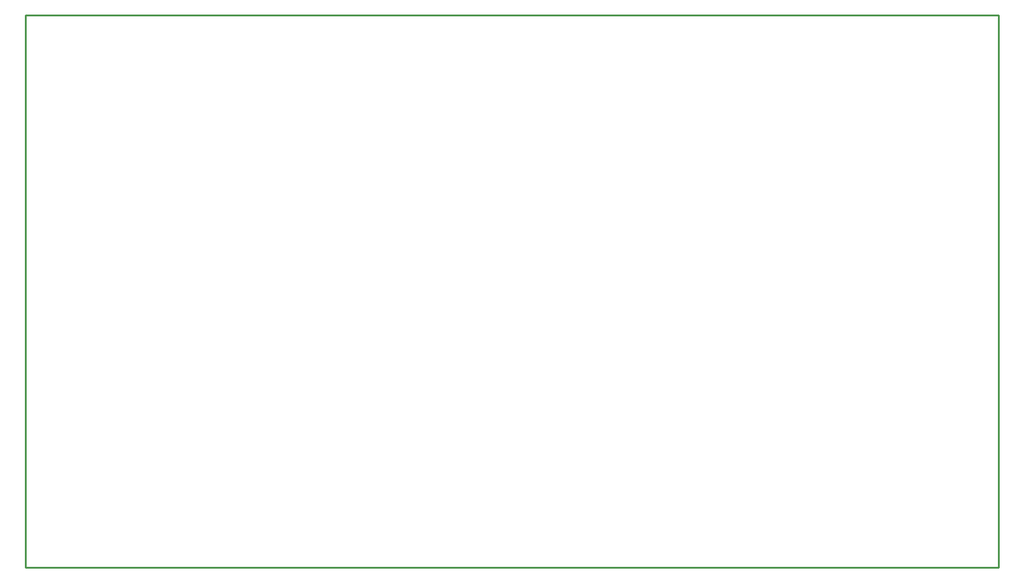
<source format=gbr>
G04 EAGLE Gerber RS-274X export*
G75*
%MOMM*%
%FSLAX34Y34*%
%LPD*%
%IN*%
%IPPOS*%
%AMOC8*
5,1,8,0,0,1.08239X$1,22.5*%
G01*
%ADD10C,0.254000*%


D10*
X0Y228600D02*
X1358700Y228600D01*
X1358700Y1000000D01*
X0Y1000000D01*
X0Y228600D01*
M02*

</source>
